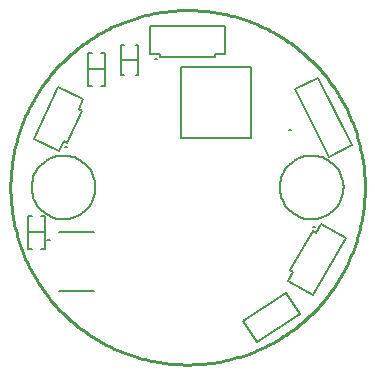
<source format=gto>
G04*
G04 #@! TF.GenerationSoftware,Altium Limited,Altium Designer,22.0.2 (36)*
G04*
G04 Layer_Color=65535*
%FSLAX25Y25*%
%MOIN*%
G70*
G04*
G04 #@! TF.SameCoordinates,88A3576D-DDBD-4DCA-BD86-A28AD9FD0996*
G04*
G04*
G04 #@! TF.FilePolarity,Positive*
G04*
G01*
G75*
%ADD10C,0.00500*%
%ADD11C,0.00787*%
%ADD12C,0.00591*%
%ADD13C,0.01000*%
D10*
X51968Y0D02*
X51922Y995D01*
X51782Y1982D01*
X51551Y2951D01*
X51229Y3895D01*
X50821Y4804D01*
X50330Y5671D01*
X49759Y6488D01*
X49115Y7248D01*
X48402Y7944D01*
X47627Y8570D01*
X46797Y9122D01*
X45919Y9593D01*
X45000Y9979D01*
X44050Y10278D01*
X43075Y10487D01*
X42086Y10604D01*
X41089Y10627D01*
X40095Y10557D01*
X39112Y10394D01*
X38149Y10140D01*
X37213Y9797D01*
X36314Y9367D01*
X35459Y8856D01*
X34655Y8266D01*
X33911Y7604D01*
X33231Y6875D01*
X32623Y6086D01*
X32092Y5243D01*
X31641Y4354D01*
X31276Y3427D01*
X30999Y2469D01*
X30814Y1490D01*
X30720Y498D01*
Y-498D01*
X30814Y-1490D01*
X30999Y-2469D01*
X31276Y-3427D01*
X31641Y-4354D01*
X32092Y-5243D01*
X32623Y-6086D01*
X33231Y-6875D01*
X33911Y-7604D01*
X34655Y-8266D01*
X35459Y-8856D01*
X36314Y-9367D01*
X37213Y-9797D01*
X38149Y-10140D01*
X39112Y-10394D01*
X40095Y-10557D01*
X41089Y-10627D01*
X42086Y-10604D01*
X43075Y-10487D01*
X44050Y-10278D01*
X45000Y-9979D01*
X45919Y-9593D01*
X46797Y-9122D01*
X47627Y-8570D01*
X48402Y-7944D01*
X49115Y-7248D01*
X49759Y-6487D01*
X50330Y-5671D01*
X50821Y-4804D01*
X51229Y-3895D01*
X51551Y-2951D01*
X51782Y-1982D01*
X51922Y-995D01*
X51968Y0D01*
X-30709D02*
X-30755Y995D01*
X-30895Y1982D01*
X-31127Y2951D01*
X-31448Y3895D01*
X-31856Y4804D01*
X-32347Y5671D01*
X-32918Y6488D01*
X-33562Y7248D01*
X-34275Y7944D01*
X-35050Y8570D01*
X-35880Y9122D01*
X-36759Y9593D01*
X-37677Y9979D01*
X-38627Y10278D01*
X-39602Y10487D01*
X-40592Y10604D01*
X-41588Y10627D01*
X-42582Y10557D01*
X-43565Y10394D01*
X-44528Y10140D01*
X-45464Y9797D01*
X-46363Y9367D01*
X-47218Y8856D01*
X-48022Y8266D01*
X-48766Y7604D01*
X-49446Y6875D01*
X-50054Y6086D01*
X-50586Y5243D01*
X-51036Y4354D01*
X-51401Y3427D01*
X-51678Y2469D01*
X-51863Y1490D01*
X-51957Y498D01*
Y-498D01*
X-51863Y-1490D01*
X-51678Y-2469D01*
X-51401Y-3427D01*
X-51036Y-4354D01*
X-50586Y-5243D01*
X-50054Y-6086D01*
X-49446Y-6875D01*
X-48766Y-7604D01*
X-48022Y-8266D01*
X-47218Y-8856D01*
X-46363Y-9367D01*
X-45464Y-9797D01*
X-44528Y-10140D01*
X-43565Y-10394D01*
X-42582Y-10557D01*
X-41588Y-10627D01*
X-40591Y-10604D01*
X-39602Y-10487D01*
X-38627Y-10278D01*
X-37677Y-9979D01*
X-36759Y-9593D01*
X-35880Y-9122D01*
X-35050Y-8570D01*
X-34275Y-7944D01*
X-33562Y-7248D01*
X-32918Y-6487D01*
X-32347Y-5671D01*
X-31856Y-4804D01*
X-31448Y-3895D01*
X-31127Y-2951D01*
X-30895Y-1982D01*
X-30755Y-995D01*
X-30709Y0D01*
X-42913Y-34646D02*
X-31102D01*
X-42913Y-14961D02*
X-31102D01*
X-40158Y14916D02*
X-35166Y25621D01*
X-43303Y33324D02*
X-34739Y29331D01*
X-36237Y26120D02*
X-34739Y29331D01*
X-36237Y26120D02*
X-35166Y25621D01*
X-41228Y15415D02*
X-40158Y14916D01*
X-42726Y12204D02*
X-41228Y15415D01*
X-51289Y16197D02*
X-42726Y12204D01*
X-51289Y16197D02*
X-43303Y33324D01*
X41647Y-35964D02*
X52671Y-16871D01*
X44488Y-12146D02*
X52671Y-16871D01*
X42717Y-15215D02*
X44488Y-12146D01*
X41694Y-14625D02*
X42717Y-15215D01*
X34213Y-27581D02*
X35236Y-28171D01*
X33465Y-31240D02*
X35236Y-28171D01*
X33465Y-31240D02*
X41647Y-35964D01*
X34213Y-27581D02*
X41694Y-14625D01*
X-9055Y43307D02*
X9055D01*
X12598Y44488D02*
Y53937D01*
X9055Y44488D02*
X12598Y44488D01*
X9055Y43307D02*
X9055Y44488D01*
X-9055Y43307D02*
Y44488D01*
X-12598Y44488D02*
X-9055Y44488D01*
X-12598Y44488D02*
Y53937D01*
X12598D01*
X-2362Y16535D02*
X21260D01*
Y40157D01*
X-2362D02*
X21260D01*
X-2362Y16535D02*
Y40157D01*
D11*
X-45972Y-17429D02*
X-46760D01*
X-45972D01*
X-40073Y13322D02*
X-40860D01*
X-40073D01*
X42534Y-13064D02*
X41746D01*
X42534D01*
X-10236Y42913D02*
X-11024D01*
X-10236D01*
X34449Y19291D02*
X33661D01*
X34449D01*
X18384Y-44475D02*
X22994Y-51574D01*
X37522Y-42139D01*
X32912Y-35040D02*
X37522Y-42139D01*
X18384Y-44475D02*
X32912Y-35040D01*
X35785Y32658D02*
X43327Y36501D01*
X35785Y32658D02*
X47224Y10208D01*
X54766Y14051D01*
X43327Y36501D02*
X54766Y14051D01*
D12*
X-48819Y-20472D02*
X-47638D01*
Y-9449D01*
X-48819D02*
X-47638D01*
X-53150D02*
X-51968D01*
X-53150Y-20472D02*
Y-9449D01*
Y-20472D02*
X-51968D01*
X-53150Y-14961D02*
X-47638D01*
X-22047Y42520D02*
X-16535D01*
X-17291Y47520D02*
X-16535D01*
Y37520D02*
Y47520D01*
X-17291Y37520D02*
X-16535D01*
X-22047D02*
X-21291D01*
X-22047D02*
Y47520D01*
X-21291D01*
X-33071Y44882D02*
X-31890D01*
X-33071Y33858D02*
Y44882D01*
Y33858D02*
X-31890D01*
X-28740D02*
X-27559D01*
Y44882D01*
X-28740D02*
X-27559D01*
X-33071Y39370D02*
X-27559D01*
D13*
X59055Y0D02*
X59047Y1000D01*
X59021Y2000D01*
X58979Y2999D01*
X58920Y3997D01*
X58843Y4995D01*
X58750Y5991D01*
X58641Y6985D01*
X58514Y7977D01*
X58371Y8967D01*
X58210Y9954D01*
X58033Y10938D01*
X57840Y11919D01*
X57630Y12897D01*
X57403Y13871D01*
X57160Y14841D01*
X56900Y15807D01*
X56624Y16769D01*
X56332Y17725D01*
X56024Y18677D01*
X55700Y19623D01*
X55359Y20563D01*
X55003Y21498D01*
X54631Y22426D01*
X54244Y23348D01*
X53841Y24263D01*
X53422Y25172D01*
X52988Y26073D01*
X52539Y26966D01*
X52075Y27852D01*
X51595Y28730D01*
X51101Y29600D01*
X50593Y30461D01*
X50070Y31313D01*
X49532Y32157D01*
X48981Y32991D01*
X48415Y33816D01*
X47835Y34631D01*
X47242Y35436D01*
X46635Y36231D01*
X46015Y37015D01*
X45381Y37789D01*
X44735Y38552D01*
X44076Y39305D01*
X43404Y40045D01*
X42719Y40775D01*
X42023Y41492D01*
X41314Y42198D01*
X40593Y42892D01*
X39861Y43573D01*
X39118Y44242D01*
X38363Y44898D01*
X37597Y45541D01*
X36820Y46171D01*
X36033Y46788D01*
X35236Y47392D01*
X34428Y47982D01*
X33610Y48558D01*
X32783Y49120D01*
X31947Y49668D01*
X31101Y50202D01*
X30246Y50721D01*
X29383Y51226D01*
X28511Y51717D01*
X27631Y52192D01*
X26744Y52653D01*
X25848Y53098D01*
X24945Y53528D01*
X24035Y53943D01*
X23118Y54342D01*
X22195Y54726D01*
X21264Y55094D01*
X20328Y55446D01*
X19387Y55782D01*
X18439Y56103D01*
X17486Y56407D01*
X16529Y56695D01*
X15566Y56967D01*
X14599Y57222D01*
X13628Y57461D01*
X12653Y57684D01*
X11674Y57890D01*
X10692Y58079D01*
X9707Y58252D01*
X8719Y58408D01*
X7729Y58547D01*
X6736Y58670D01*
X5742Y58775D01*
X4746Y58864D01*
X3748Y58936D01*
X2749Y58991D01*
X1750Y59029D01*
X750Y59050D01*
X-250Y59055D01*
X-1250Y59042D01*
X-2250Y59012D01*
X-3249Y58966D01*
X-4247Y58902D01*
X-5244Y58822D01*
X-6239Y58725D01*
X-7233Y58610D01*
X-8224Y58480D01*
X-9214Y58332D01*
X-10200Y58167D01*
X-11184Y57986D01*
X-12164Y57789D01*
X-13141Y57574D01*
X-14114Y57344D01*
X-15083Y57096D01*
X-16048Y56833D01*
X-17008Y56553D01*
X-17964Y56257D01*
X-18914Y55944D01*
X-19858Y55616D01*
X-20797Y55272D01*
X-21731Y54912D01*
X-22657Y54536D01*
X-23578Y54144D01*
X-24491Y53737D01*
X-25398Y53315D01*
X-26297Y52877D01*
X-27189Y52424D01*
X-28073Y51956D01*
X-28948Y51473D01*
X-29816Y50976D01*
X-30675Y50463D01*
X-31525Y49937D01*
X-32366Y49396D01*
X-33198Y48840D01*
X-34021Y48271D01*
X-34833Y47688D01*
X-35636Y47091D01*
X-36428Y46481D01*
X-37210Y45858D01*
X-37981Y45221D01*
X-38742Y44571D01*
X-39491Y43909D01*
X-40229Y43234D01*
X-40955Y42546D01*
X-41670Y41846D01*
X-42373Y41135D01*
X-43063Y40411D01*
X-43741Y39676D01*
X-44407Y38930D01*
X-45060Y38172D01*
X-45700Y37404D01*
X-46327Y36624D01*
X-46940Y35835D01*
X-47541Y35034D01*
X-48127Y34224D01*
X-48700Y33404D01*
X-49258Y32575D01*
X-49803Y31736D01*
X-50333Y30888D01*
X-50849Y30031D01*
X-51350Y29166D01*
X-51837Y28292D01*
X-52309Y27410D01*
X-52765Y26520D01*
X-53207Y25623D01*
X-53633Y24718D01*
X-54044Y23806D01*
X-54440Y22888D01*
X-54819Y21962D01*
X-55183Y21031D01*
X-55532Y20093D01*
X-55864Y19150D01*
X-56180Y18201D01*
X-56480Y17247D01*
X-56764Y16288D01*
X-57032Y15325D01*
X-57284Y14357D01*
X-57518Y13384D01*
X-57737Y12408D01*
X-57939Y11429D01*
X-58124Y10446D01*
X-58293Y9460D01*
X-58444Y8472D01*
X-58579Y7481D01*
X-58698Y6488D01*
X-58799Y5493D01*
X-58884Y4496D01*
X-58951Y3498D01*
X-59002Y2499D01*
X-59036Y1500D01*
X-59053Y500D01*
X-59053Y-500D01*
X-59036Y-1500D01*
X-59002Y-2500D01*
X-58951Y-3499D01*
X-58884Y-4497D01*
X-58799Y-5493D01*
X-58698Y-6488D01*
X-58579Y-7481D01*
X-58444Y-8472D01*
X-58292Y-9461D01*
X-58124Y-10447D01*
X-57938Y-11429D01*
X-57737Y-12409D01*
X-57518Y-13385D01*
X-57283Y-14357D01*
X-57032Y-15325D01*
X-56764Y-16289D01*
X-56480Y-17248D01*
X-56180Y-18202D01*
X-55864Y-19151D01*
X-55532Y-20094D01*
X-55183Y-21031D01*
X-54819Y-21963D01*
X-54439Y-22888D01*
X-54044Y-23807D01*
X-53633Y-24719D01*
X-53207Y-25623D01*
X-52765Y-26521D01*
X-52308Y-27411D01*
X-51837Y-28292D01*
X-51350Y-29166D01*
X-50849Y-30032D01*
X-50333Y-30889D01*
X-49803Y-31736D01*
X-49258Y-32575D01*
X-48699Y-33405D01*
X-48127Y-34225D01*
X-47540Y-35035D01*
X-46940Y-35835D01*
X-46326Y-36625D01*
X-45700Y-37404D01*
X-45059Y-38173D01*
X-44407Y-38930D01*
X-43741Y-39677D01*
X-43063Y-40412D01*
X-42372Y-41135D01*
X-41669Y-41847D01*
X-40955Y-42546D01*
X-40229Y-43234D01*
X-39491Y-43909D01*
X-38741Y-44572D01*
X-37981Y-45221D01*
X-37210Y-45858D01*
X-36428Y-46481D01*
X-35635Y-47092D01*
X-34833Y-47688D01*
X-34020Y-48272D01*
X-33198Y-48841D01*
X-32366Y-49396D01*
X-31525Y-49937D01*
X-30674Y-50464D01*
X-29816Y-50976D01*
X-28948Y-51473D01*
X-28072Y-51956D01*
X-27188Y-52424D01*
X-26296Y-52877D01*
X-25397Y-53315D01*
X-24491Y-53737D01*
X-23577Y-54145D01*
X-22657Y-54536D01*
X-21730Y-54912D01*
X-20797Y-55272D01*
X-19858Y-55616D01*
X-18913Y-55945D01*
X-17963Y-56257D01*
X-17008Y-56553D01*
X-16048Y-56833D01*
X-15083Y-57097D01*
X-14114Y-57344D01*
X-13141Y-57575D01*
X-12164Y-57789D01*
X-11183Y-57986D01*
X-10200Y-58168D01*
X-9213Y-58332D01*
X-8224Y-58480D01*
X-7232Y-58611D01*
X-6239Y-58725D01*
X-5244Y-58822D01*
X-4247Y-58902D01*
X-3249Y-58966D01*
X-2249Y-59012D01*
X-1250Y-59042D01*
X-250Y-59055D01*
X750Y-59050D01*
X1750Y-59029D01*
X2750Y-58991D01*
X3748Y-58936D01*
X4746Y-58864D01*
X5742Y-58775D01*
X6736Y-58670D01*
X7729Y-58547D01*
X8719Y-58408D01*
X9707Y-58252D01*
X10692Y-58079D01*
X11674Y-57890D01*
X12653Y-57684D01*
X13628Y-57461D01*
X14599Y-57222D01*
X15566Y-56967D01*
X16529Y-56695D01*
X17486Y-56407D01*
X18439Y-56103D01*
X19387Y-55782D01*
X20328Y-55446D01*
X21264Y-55094D01*
X22195Y-54726D01*
X23118Y-54342D01*
X24035Y-53943D01*
X24945Y-53528D01*
X25848Y-53098D01*
X26744Y-52653D01*
X27631Y-52192D01*
X28511Y-51717D01*
X29383Y-51227D01*
X30246Y-50722D01*
X31101Y-50202D01*
X31947Y-49668D01*
X32783Y-49120D01*
X33610Y-48558D01*
X34428Y-47982D01*
X35235Y-47392D01*
X36033Y-46788D01*
X36820Y-46171D01*
X37597Y-45541D01*
X38363Y-44898D01*
X39117Y-44242D01*
X39861Y-43573D01*
X40593Y-42892D01*
X41314Y-42198D01*
X42022Y-41493D01*
X42719Y-40775D01*
X43403Y-40046D01*
X44075Y-39305D01*
X44735Y-38553D01*
X45381Y-37790D01*
X46014Y-37016D01*
X46635Y-36231D01*
X47242Y-35436D01*
X47835Y-34631D01*
X48415Y-33816D01*
X48980Y-32991D01*
X49532Y-32157D01*
X50069Y-31314D01*
X50593Y-30461D01*
X51101Y-29600D01*
X51595Y-28731D01*
X52074Y-27853D01*
X52539Y-26967D01*
X52988Y-26073D01*
X53422Y-25172D01*
X53840Y-24264D01*
X54243Y-23349D01*
X54631Y-22427D01*
X55003Y-21498D01*
X55359Y-20564D01*
X55699Y-19623D01*
X56024Y-18677D01*
X56332Y-17726D01*
X56624Y-16769D01*
X56900Y-15808D01*
X57160Y-14842D01*
X57403Y-13872D01*
X57629Y-12898D01*
X57840Y-11920D01*
X58033Y-10939D01*
X58210Y-9955D01*
X58370Y-8967D01*
X58514Y-7978D01*
X58640Y-6986D01*
X58750Y-5991D01*
X58843Y-4996D01*
X58920Y-3999D01*
X58979Y-3000D01*
X59021Y-2001D01*
X59047Y-1001D01*
X59055Y-1D01*
Y0D01*
M02*

</source>
